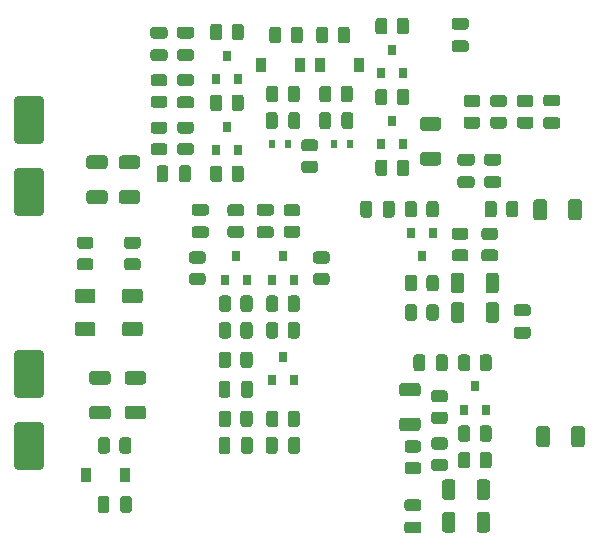
<source format=gbr>
%TF.GenerationSoftware,KiCad,Pcbnew,(5.1.9)-1*%
%TF.CreationDate,2021-05-17T20:36:20+02:00*%
%TF.ProjectId,TIMP_Bowes-Grebene,54494d50-5f42-46f7-9765-732d47726562,rev?*%
%TF.SameCoordinates,Original*%
%TF.FileFunction,Paste,Top*%
%TF.FilePolarity,Positive*%
%FSLAX46Y46*%
G04 Gerber Fmt 4.6, Leading zero omitted, Abs format (unit mm)*
G04 Created by KiCad (PCBNEW (5.1.9)-1) date 2021-05-17 20:36:20*
%MOMM*%
%LPD*%
G01*
G04 APERTURE LIST*
%ADD10R,0.900000X1.200000*%
%ADD11R,0.600000X0.700000*%
%ADD12R,0.800000X0.900000*%
G04 APERTURE END LIST*
%TO.C,R41*%
G36*
G01*
X127100000Y-97374999D02*
X127100000Y-98625001D01*
G75*
G02*
X126850001Y-98875000I-249999J0D01*
G01*
X126224999Y-98875000D01*
G75*
G02*
X125975000Y-98625001I0J249999D01*
G01*
X125975000Y-97374999D01*
G75*
G02*
X126224999Y-97125000I249999J0D01*
G01*
X126850001Y-97125000D01*
G75*
G02*
X127100000Y-97374999I0J-249999D01*
G01*
G37*
G36*
G01*
X130025000Y-97374999D02*
X130025000Y-98625001D01*
G75*
G02*
X129775001Y-98875000I-249999J0D01*
G01*
X129149999Y-98875000D01*
G75*
G02*
X128900000Y-98625001I0J249999D01*
G01*
X128900000Y-97374999D01*
G75*
G02*
X129149999Y-97125000I249999J0D01*
G01*
X129775001Y-97125000D01*
G75*
G02*
X130025000Y-97374999I0J-249999D01*
G01*
G37*
%TD*%
%TO.C,R40*%
G36*
G01*
X129700001Y-91850000D02*
X128799999Y-91850000D01*
G75*
G02*
X128550000Y-91600001I0J249999D01*
G01*
X128550000Y-91074999D01*
G75*
G02*
X128799999Y-90825000I249999J0D01*
G01*
X129700001Y-90825000D01*
G75*
G02*
X129950000Y-91074999I0J-249999D01*
G01*
X129950000Y-91600001D01*
G75*
G02*
X129700001Y-91850000I-249999J0D01*
G01*
G37*
G36*
G01*
X129700001Y-93675000D02*
X128799999Y-93675000D01*
G75*
G02*
X128550000Y-93425001I0J249999D01*
G01*
X128550000Y-92899999D01*
G75*
G02*
X128799999Y-92650000I249999J0D01*
G01*
X129700001Y-92650000D01*
G75*
G02*
X129950000Y-92899999I0J-249999D01*
G01*
X129950000Y-93425001D01*
G75*
G02*
X129700001Y-93675000I-249999J0D01*
G01*
G37*
%TD*%
%TO.C,R32*%
G36*
G01*
X124549999Y-110400000D02*
X125450001Y-110400000D01*
G75*
G02*
X125700000Y-110649999I0J-249999D01*
G01*
X125700000Y-111175001D01*
G75*
G02*
X125450001Y-111425000I-249999J0D01*
G01*
X124549999Y-111425000D01*
G75*
G02*
X124300000Y-111175001I0J249999D01*
G01*
X124300000Y-110649999D01*
G75*
G02*
X124549999Y-110400000I249999J0D01*
G01*
G37*
G36*
G01*
X124549999Y-108575000D02*
X125450001Y-108575000D01*
G75*
G02*
X125700000Y-108824999I0J-249999D01*
G01*
X125700000Y-109350001D01*
G75*
G02*
X125450001Y-109600000I-249999J0D01*
G01*
X124549999Y-109600000D01*
G75*
G02*
X124300000Y-109350001I0J249999D01*
G01*
X124300000Y-108824999D01*
G75*
G02*
X124549999Y-108575000I249999J0D01*
G01*
G37*
%TD*%
%TO.C,C1*%
G36*
G01*
X103975000Y-78800000D02*
X103025000Y-78800000D01*
G75*
G02*
X102775000Y-78550000I0J250000D01*
G01*
X102775000Y-78050000D01*
G75*
G02*
X103025000Y-77800000I250000J0D01*
G01*
X103975000Y-77800000D01*
G75*
G02*
X104225000Y-78050000I0J-250000D01*
G01*
X104225000Y-78550000D01*
G75*
G02*
X103975000Y-78800000I-250000J0D01*
G01*
G37*
G36*
G01*
X103975000Y-80700000D02*
X103025000Y-80700000D01*
G75*
G02*
X102775000Y-80450000I0J250000D01*
G01*
X102775000Y-79950000D01*
G75*
G02*
X103025000Y-79700000I250000J0D01*
G01*
X103975000Y-79700000D01*
G75*
G02*
X104225000Y-79950000I0J-250000D01*
G01*
X104225000Y-80450000D01*
G75*
G02*
X103975000Y-80700000I-250000J0D01*
G01*
G37*
%TD*%
%TO.C,C2*%
G36*
G01*
X107300000Y-104025000D02*
X107300000Y-104975000D01*
G75*
G02*
X107050000Y-105225000I-250000J0D01*
G01*
X106550000Y-105225000D01*
G75*
G02*
X106300000Y-104975000I0J250000D01*
G01*
X106300000Y-104025000D01*
G75*
G02*
X106550000Y-103775000I250000J0D01*
G01*
X107050000Y-103775000D01*
G75*
G02*
X107300000Y-104025000I0J-250000D01*
G01*
G37*
G36*
G01*
X109200000Y-104025000D02*
X109200000Y-104975000D01*
G75*
G02*
X108950000Y-105225000I-250000J0D01*
G01*
X108450000Y-105225000D01*
G75*
G02*
X108200000Y-104975000I0J250000D01*
G01*
X108200000Y-104025000D01*
G75*
G02*
X108450000Y-103775000I250000J0D01*
G01*
X108950000Y-103775000D01*
G75*
G02*
X109200000Y-104025000I0J-250000D01*
G01*
G37*
%TD*%
%TO.C,C3*%
G36*
G01*
X111300000Y-81275000D02*
X111300000Y-82225000D01*
G75*
G02*
X111050000Y-82475000I-250000J0D01*
G01*
X110550000Y-82475000D01*
G75*
G02*
X110300000Y-82225000I0J250000D01*
G01*
X110300000Y-81275000D01*
G75*
G02*
X110550000Y-81025000I250000J0D01*
G01*
X111050000Y-81025000D01*
G75*
G02*
X111300000Y-81275000I0J-250000D01*
G01*
G37*
G36*
G01*
X113200000Y-81275000D02*
X113200000Y-82225000D01*
G75*
G02*
X112950000Y-82475000I-250000J0D01*
G01*
X112450000Y-82475000D01*
G75*
G02*
X112200000Y-82225000I0J250000D01*
G01*
X112200000Y-81275000D01*
G75*
G02*
X112450000Y-81025000I250000J0D01*
G01*
X112950000Y-81025000D01*
G75*
G02*
X113200000Y-81275000I0J-250000D01*
G01*
G37*
%TD*%
%TO.C,C4*%
G36*
G01*
X134025000Y-79550000D02*
X134975000Y-79550000D01*
G75*
G02*
X135225000Y-79800000I0J-250000D01*
G01*
X135225000Y-80300000D01*
G75*
G02*
X134975000Y-80550000I-250000J0D01*
G01*
X134025000Y-80550000D01*
G75*
G02*
X133775000Y-80300000I0J250000D01*
G01*
X133775000Y-79800000D01*
G75*
G02*
X134025000Y-79550000I250000J0D01*
G01*
G37*
G36*
G01*
X134025000Y-81450000D02*
X134975000Y-81450000D01*
G75*
G02*
X135225000Y-81700000I0J-250000D01*
G01*
X135225000Y-82200000D01*
G75*
G02*
X134975000Y-82450000I-250000J0D01*
G01*
X134025000Y-82450000D01*
G75*
G02*
X133775000Y-82200000I0J250000D01*
G01*
X133775000Y-81700000D01*
G75*
G02*
X134025000Y-81450000I250000J0D01*
G01*
G37*
%TD*%
%TO.C,C5*%
G36*
G01*
X137300000Y-107849999D02*
X137300000Y-109150001D01*
G75*
G02*
X137050001Y-109400000I-249999J0D01*
G01*
X136399999Y-109400000D01*
G75*
G02*
X136150000Y-109150001I0J249999D01*
G01*
X136150000Y-107849999D01*
G75*
G02*
X136399999Y-107600000I249999J0D01*
G01*
X137050001Y-107600000D01*
G75*
G02*
X137300000Y-107849999I0J-249999D01*
G01*
G37*
G36*
G01*
X134350000Y-107849999D02*
X134350000Y-109150001D01*
G75*
G02*
X134100001Y-109400000I-249999J0D01*
G01*
X133449999Y-109400000D01*
G75*
G02*
X133200000Y-109150001I0J249999D01*
G01*
X133200000Y-107849999D01*
G75*
G02*
X133449999Y-107600000I249999J0D01*
G01*
X134100001Y-107600000D01*
G75*
G02*
X134350000Y-107849999I0J-249999D01*
G01*
G37*
%TD*%
%TO.C,C6*%
G36*
G01*
X134100000Y-88649999D02*
X134100000Y-89950001D01*
G75*
G02*
X133850001Y-90200000I-249999J0D01*
G01*
X133199999Y-90200000D01*
G75*
G02*
X132950000Y-89950001I0J249999D01*
G01*
X132950000Y-88649999D01*
G75*
G02*
X133199999Y-88400000I249999J0D01*
G01*
X133850001Y-88400000D01*
G75*
G02*
X134100000Y-88649999I0J-249999D01*
G01*
G37*
G36*
G01*
X137050000Y-88649999D02*
X137050000Y-89950001D01*
G75*
G02*
X136800001Y-90200000I-249999J0D01*
G01*
X136149999Y-90200000D01*
G75*
G02*
X135900000Y-89950001I0J249999D01*
G01*
X135900000Y-88649999D01*
G75*
G02*
X136149999Y-88400000I249999J0D01*
G01*
X136800001Y-88400000D01*
G75*
G02*
X137050000Y-88649999I0J-249999D01*
G01*
G37*
%TD*%
%TO.C,C7*%
G36*
G01*
X91250000Y-83700000D02*
X89250000Y-83700000D01*
G75*
G02*
X89000000Y-83450000I0J250000D01*
G01*
X89000000Y-79950000D01*
G75*
G02*
X89250000Y-79700000I250000J0D01*
G01*
X91250000Y-79700000D01*
G75*
G02*
X91500000Y-79950000I0J-250000D01*
G01*
X91500000Y-83450000D01*
G75*
G02*
X91250000Y-83700000I-250000J0D01*
G01*
G37*
G36*
G01*
X91250000Y-89800000D02*
X89250000Y-89800000D01*
G75*
G02*
X89000000Y-89550000I0J250000D01*
G01*
X89000000Y-86050000D01*
G75*
G02*
X89250000Y-85800000I250000J0D01*
G01*
X91250000Y-85800000D01*
G75*
G02*
X91500000Y-86050000I0J-250000D01*
G01*
X91500000Y-89550000D01*
G75*
G02*
X91250000Y-89800000I-250000J0D01*
G01*
G37*
%TD*%
%TO.C,C8*%
G36*
G01*
X95349999Y-87650000D02*
X96650001Y-87650000D01*
G75*
G02*
X96900000Y-87899999I0J-249999D01*
G01*
X96900000Y-88550001D01*
G75*
G02*
X96650001Y-88800000I-249999J0D01*
G01*
X95349999Y-88800000D01*
G75*
G02*
X95100000Y-88550001I0J249999D01*
G01*
X95100000Y-87899999D01*
G75*
G02*
X95349999Y-87650000I249999J0D01*
G01*
G37*
G36*
G01*
X95349999Y-84700000D02*
X96650001Y-84700000D01*
G75*
G02*
X96900000Y-84949999I0J-249999D01*
G01*
X96900000Y-85600001D01*
G75*
G02*
X96650001Y-85850000I-249999J0D01*
G01*
X95349999Y-85850000D01*
G75*
G02*
X95100000Y-85600001I0J249999D01*
G01*
X95100000Y-84949999D01*
G75*
G02*
X95349999Y-84700000I249999J0D01*
G01*
G37*
%TD*%
%TO.C,C9*%
G36*
G01*
X117700000Y-81275000D02*
X117700000Y-82225000D01*
G75*
G02*
X117450000Y-82475000I-250000J0D01*
G01*
X116950000Y-82475000D01*
G75*
G02*
X116700000Y-82225000I0J250000D01*
G01*
X116700000Y-81275000D01*
G75*
G02*
X116950000Y-81025000I250000J0D01*
G01*
X117450000Y-81025000D01*
G75*
G02*
X117700000Y-81275000I0J-250000D01*
G01*
G37*
G36*
G01*
X115800000Y-81275000D02*
X115800000Y-82225000D01*
G75*
G02*
X115550000Y-82475000I-250000J0D01*
G01*
X115050000Y-82475000D01*
G75*
G02*
X114800000Y-82225000I0J250000D01*
G01*
X114800000Y-81275000D01*
G75*
G02*
X115050000Y-81025000I250000J0D01*
G01*
X115550000Y-81025000D01*
G75*
G02*
X115800000Y-81275000I0J-250000D01*
G01*
G37*
%TD*%
%TO.C,C10*%
G36*
G01*
X124900001Y-85550000D02*
X123599999Y-85550000D01*
G75*
G02*
X123350000Y-85300001I0J249999D01*
G01*
X123350000Y-84649999D01*
G75*
G02*
X123599999Y-84400000I249999J0D01*
G01*
X124900001Y-84400000D01*
G75*
G02*
X125150000Y-84649999I0J-249999D01*
G01*
X125150000Y-85300001D01*
G75*
G02*
X124900001Y-85550000I-249999J0D01*
G01*
G37*
G36*
G01*
X124900001Y-82600000D02*
X123599999Y-82600000D01*
G75*
G02*
X123350000Y-82350001I0J249999D01*
G01*
X123350000Y-81699999D01*
G75*
G02*
X123599999Y-81450000I249999J0D01*
G01*
X124900001Y-81450000D01*
G75*
G02*
X125150000Y-81699999I0J-249999D01*
G01*
X125150000Y-82350001D01*
G75*
G02*
X124900001Y-82600000I-249999J0D01*
G01*
G37*
%TD*%
%TO.C,C11*%
G36*
G01*
X101725000Y-76700000D02*
X100775000Y-76700000D01*
G75*
G02*
X100525000Y-76450000I0J250000D01*
G01*
X100525000Y-75950000D01*
G75*
G02*
X100775000Y-75700000I250000J0D01*
G01*
X101725000Y-75700000D01*
G75*
G02*
X101975000Y-75950000I0J-250000D01*
G01*
X101975000Y-76450000D01*
G75*
G02*
X101725000Y-76700000I-250000J0D01*
G01*
G37*
G36*
G01*
X101725000Y-74800000D02*
X100775000Y-74800000D01*
G75*
G02*
X100525000Y-74550000I0J250000D01*
G01*
X100525000Y-74050000D01*
G75*
G02*
X100775000Y-73800000I250000J0D01*
G01*
X101725000Y-73800000D01*
G75*
G02*
X101975000Y-74050000I0J-250000D01*
G01*
X101975000Y-74550000D01*
G75*
G02*
X101725000Y-74800000I-250000J0D01*
G01*
G37*
%TD*%
%TO.C,C12*%
G36*
G01*
X110300000Y-109725000D02*
X110300000Y-108775000D01*
G75*
G02*
X110550000Y-108525000I250000J0D01*
G01*
X111050000Y-108525000D01*
G75*
G02*
X111300000Y-108775000I0J-250000D01*
G01*
X111300000Y-109725000D01*
G75*
G02*
X111050000Y-109975000I-250000J0D01*
G01*
X110550000Y-109975000D01*
G75*
G02*
X110300000Y-109725000I0J250000D01*
G01*
G37*
G36*
G01*
X112200000Y-109725000D02*
X112200000Y-108775000D01*
G75*
G02*
X112450000Y-108525000I250000J0D01*
G01*
X112950000Y-108525000D01*
G75*
G02*
X113200000Y-108775000I0J-250000D01*
G01*
X113200000Y-109725000D01*
G75*
G02*
X112950000Y-109975000I-250000J0D01*
G01*
X112450000Y-109975000D01*
G75*
G02*
X112200000Y-109725000I0J250000D01*
G01*
G37*
%TD*%
%TO.C,C13*%
G36*
G01*
X103975000Y-74800000D02*
X103025000Y-74800000D01*
G75*
G02*
X102775000Y-74550000I0J250000D01*
G01*
X102775000Y-74050000D01*
G75*
G02*
X103025000Y-73800000I250000J0D01*
G01*
X103975000Y-73800000D01*
G75*
G02*
X104225000Y-74050000I0J-250000D01*
G01*
X104225000Y-74550000D01*
G75*
G02*
X103975000Y-74800000I-250000J0D01*
G01*
G37*
G36*
G01*
X103975000Y-76700000D02*
X103025000Y-76700000D01*
G75*
G02*
X102775000Y-76450000I0J250000D01*
G01*
X102775000Y-75950000D01*
G75*
G02*
X103025000Y-75700000I250000J0D01*
G01*
X103975000Y-75700000D01*
G75*
G02*
X104225000Y-75950000I0J-250000D01*
G01*
X104225000Y-76450000D01*
G75*
G02*
X103975000Y-76700000I-250000J0D01*
G01*
G37*
%TD*%
%TO.C,C14*%
G36*
G01*
X102050000Y-85775000D02*
X102050000Y-86725000D01*
G75*
G02*
X101800000Y-86975000I-250000J0D01*
G01*
X101300000Y-86975000D01*
G75*
G02*
X101050000Y-86725000I0J250000D01*
G01*
X101050000Y-85775000D01*
G75*
G02*
X101300000Y-85525000I250000J0D01*
G01*
X101800000Y-85525000D01*
G75*
G02*
X102050000Y-85775000I0J-250000D01*
G01*
G37*
G36*
G01*
X103950000Y-85775000D02*
X103950000Y-86725000D01*
G75*
G02*
X103700000Y-86975000I-250000J0D01*
G01*
X103200000Y-86975000D01*
G75*
G02*
X102950000Y-86725000I0J250000D01*
G01*
X102950000Y-85775000D01*
G75*
G02*
X103200000Y-85525000I250000J0D01*
G01*
X103700000Y-85525000D01*
G75*
G02*
X103950000Y-85775000I0J-250000D01*
G01*
G37*
%TD*%
%TO.C,C15*%
G36*
G01*
X105225000Y-89800000D02*
X104275000Y-89800000D01*
G75*
G02*
X104025000Y-89550000I0J250000D01*
G01*
X104025000Y-89050000D01*
G75*
G02*
X104275000Y-88800000I250000J0D01*
G01*
X105225000Y-88800000D01*
G75*
G02*
X105475000Y-89050000I0J-250000D01*
G01*
X105475000Y-89550000D01*
G75*
G02*
X105225000Y-89800000I-250000J0D01*
G01*
G37*
G36*
G01*
X105225000Y-91700000D02*
X104275000Y-91700000D01*
G75*
G02*
X104025000Y-91450000I0J250000D01*
G01*
X104025000Y-90950000D01*
G75*
G02*
X104275000Y-90700000I250000J0D01*
G01*
X105225000Y-90700000D01*
G75*
G02*
X105475000Y-90950000I0J-250000D01*
G01*
X105475000Y-91450000D01*
G75*
G02*
X105225000Y-91700000I-250000J0D01*
G01*
G37*
%TD*%
%TO.C,C16*%
G36*
G01*
X108200000Y-109725000D02*
X108200000Y-108775000D01*
G75*
G02*
X108450000Y-108525000I250000J0D01*
G01*
X108950000Y-108525000D01*
G75*
G02*
X109200000Y-108775000I0J-250000D01*
G01*
X109200000Y-109725000D01*
G75*
G02*
X108950000Y-109975000I-250000J0D01*
G01*
X108450000Y-109975000D01*
G75*
G02*
X108200000Y-109725000I0J250000D01*
G01*
G37*
G36*
G01*
X106300000Y-109725000D02*
X106300000Y-108775000D01*
G75*
G02*
X106550000Y-108525000I250000J0D01*
G01*
X107050000Y-108525000D01*
G75*
G02*
X107300000Y-108775000I0J-250000D01*
G01*
X107300000Y-109725000D01*
G75*
G02*
X107050000Y-109975000I-250000J0D01*
G01*
X106550000Y-109975000D01*
G75*
G02*
X106300000Y-109725000I0J250000D01*
G01*
G37*
%TD*%
%TO.C,C17*%
G36*
G01*
X129025000Y-84550000D02*
X129975000Y-84550000D01*
G75*
G02*
X130225000Y-84800000I0J-250000D01*
G01*
X130225000Y-85300000D01*
G75*
G02*
X129975000Y-85550000I-250000J0D01*
G01*
X129025000Y-85550000D01*
G75*
G02*
X128775000Y-85300000I0J250000D01*
G01*
X128775000Y-84800000D01*
G75*
G02*
X129025000Y-84550000I250000J0D01*
G01*
G37*
G36*
G01*
X129025000Y-86450000D02*
X129975000Y-86450000D01*
G75*
G02*
X130225000Y-86700000I0J-250000D01*
G01*
X130225000Y-87200000D01*
G75*
G02*
X129975000Y-87450000I-250000J0D01*
G01*
X129025000Y-87450000D01*
G75*
G02*
X128775000Y-87200000I0J250000D01*
G01*
X128775000Y-86700000D01*
G75*
G02*
X129025000Y-86450000I250000J0D01*
G01*
G37*
%TD*%
%TO.C,C18*%
G36*
G01*
X109775000Y-88800000D02*
X110725000Y-88800000D01*
G75*
G02*
X110975000Y-89050000I0J-250000D01*
G01*
X110975000Y-89550000D01*
G75*
G02*
X110725000Y-89800000I-250000J0D01*
G01*
X109775000Y-89800000D01*
G75*
G02*
X109525000Y-89550000I0J250000D01*
G01*
X109525000Y-89050000D01*
G75*
G02*
X109775000Y-88800000I250000J0D01*
G01*
G37*
G36*
G01*
X109775000Y-90700000D02*
X110725000Y-90700000D01*
G75*
G02*
X110975000Y-90950000I0J-250000D01*
G01*
X110975000Y-91450000D01*
G75*
G02*
X110725000Y-91700000I-250000J0D01*
G01*
X109775000Y-91700000D01*
G75*
G02*
X109525000Y-91450000I0J250000D01*
G01*
X109525000Y-90950000D01*
G75*
G02*
X109775000Y-90700000I250000J0D01*
G01*
G37*
%TD*%
%TO.C,C19*%
G36*
G01*
X126275000Y-73050000D02*
X127225000Y-73050000D01*
G75*
G02*
X127475000Y-73300000I0J-250000D01*
G01*
X127475000Y-73800000D01*
G75*
G02*
X127225000Y-74050000I-250000J0D01*
G01*
X126275000Y-74050000D01*
G75*
G02*
X126025000Y-73800000I0J250000D01*
G01*
X126025000Y-73300000D01*
G75*
G02*
X126275000Y-73050000I250000J0D01*
G01*
G37*
G36*
G01*
X126275000Y-74950000D02*
X127225000Y-74950000D01*
G75*
G02*
X127475000Y-75200000I0J-250000D01*
G01*
X127475000Y-75700000D01*
G75*
G02*
X127225000Y-75950000I-250000J0D01*
G01*
X126275000Y-75950000D01*
G75*
G02*
X126025000Y-75700000I0J250000D01*
G01*
X126025000Y-75200000D01*
G75*
G02*
X126275000Y-74950000I250000J0D01*
G01*
G37*
%TD*%
%TO.C,C20*%
G36*
G01*
X126775000Y-86450000D02*
X127725000Y-86450000D01*
G75*
G02*
X127975000Y-86700000I0J-250000D01*
G01*
X127975000Y-87200000D01*
G75*
G02*
X127725000Y-87450000I-250000J0D01*
G01*
X126775000Y-87450000D01*
G75*
G02*
X126525000Y-87200000I0J250000D01*
G01*
X126525000Y-86700000D01*
G75*
G02*
X126775000Y-86450000I250000J0D01*
G01*
G37*
G36*
G01*
X126775000Y-84550000D02*
X127725000Y-84550000D01*
G75*
G02*
X127975000Y-84800000I0J-250000D01*
G01*
X127975000Y-85300000D01*
G75*
G02*
X127725000Y-85550000I-250000J0D01*
G01*
X126775000Y-85550000D01*
G75*
G02*
X126525000Y-85300000I0J250000D01*
G01*
X126525000Y-84800000D01*
G75*
G02*
X126775000Y-84550000I250000J0D01*
G01*
G37*
%TD*%
%TO.C,C21*%
G36*
G01*
X123800000Y-101775000D02*
X123800000Y-102725000D01*
G75*
G02*
X123550000Y-102975000I-250000J0D01*
G01*
X123050000Y-102975000D01*
G75*
G02*
X122800000Y-102725000I0J250000D01*
G01*
X122800000Y-101775000D01*
G75*
G02*
X123050000Y-101525000I250000J0D01*
G01*
X123550000Y-101525000D01*
G75*
G02*
X123800000Y-101775000I0J-250000D01*
G01*
G37*
G36*
G01*
X125700000Y-101775000D02*
X125700000Y-102725000D01*
G75*
G02*
X125450000Y-102975000I-250000J0D01*
G01*
X124950000Y-102975000D01*
G75*
G02*
X124700000Y-102725000I0J250000D01*
G01*
X124700000Y-101775000D01*
G75*
G02*
X124950000Y-101525000I250000J0D01*
G01*
X125450000Y-101525000D01*
G75*
G02*
X125700000Y-101775000I0J-250000D01*
G01*
G37*
%TD*%
%TO.C,C22*%
G36*
G01*
X121200000Y-88775000D02*
X121200000Y-89725000D01*
G75*
G02*
X120950000Y-89975000I-250000J0D01*
G01*
X120450000Y-89975000D01*
G75*
G02*
X120200000Y-89725000I0J250000D01*
G01*
X120200000Y-88775000D01*
G75*
G02*
X120450000Y-88525000I250000J0D01*
G01*
X120950000Y-88525000D01*
G75*
G02*
X121200000Y-88775000I0J-250000D01*
G01*
G37*
G36*
G01*
X119300000Y-88775000D02*
X119300000Y-89725000D01*
G75*
G02*
X119050000Y-89975000I-250000J0D01*
G01*
X118550000Y-89975000D01*
G75*
G02*
X118300000Y-89725000I0J250000D01*
G01*
X118300000Y-88775000D01*
G75*
G02*
X118550000Y-88525000I250000J0D01*
G01*
X119050000Y-88525000D01*
G75*
G02*
X119300000Y-88775000I0J-250000D01*
G01*
G37*
%TD*%
%TO.C,C23*%
G36*
G01*
X131525000Y-97300000D02*
X132475000Y-97300000D01*
G75*
G02*
X132725000Y-97550000I0J-250000D01*
G01*
X132725000Y-98050000D01*
G75*
G02*
X132475000Y-98300000I-250000J0D01*
G01*
X131525000Y-98300000D01*
G75*
G02*
X131275000Y-98050000I0J250000D01*
G01*
X131275000Y-97550000D01*
G75*
G02*
X131525000Y-97300000I250000J0D01*
G01*
G37*
G36*
G01*
X131525000Y-99200000D02*
X132475000Y-99200000D01*
G75*
G02*
X132725000Y-99450000I0J-250000D01*
G01*
X132725000Y-99950000D01*
G75*
G02*
X132475000Y-100200000I-250000J0D01*
G01*
X131525000Y-100200000D01*
G75*
G02*
X131275000Y-99950000I0J250000D01*
G01*
X131275000Y-99450000D01*
G75*
G02*
X131525000Y-99200000I250000J0D01*
G01*
G37*
%TD*%
%TO.C,C24*%
G36*
G01*
X123150001Y-108050000D02*
X121849999Y-108050000D01*
G75*
G02*
X121600000Y-107800001I0J249999D01*
G01*
X121600000Y-107149999D01*
G75*
G02*
X121849999Y-106900000I249999J0D01*
G01*
X123150001Y-106900000D01*
G75*
G02*
X123400000Y-107149999I0J-249999D01*
G01*
X123400000Y-107800001D01*
G75*
G02*
X123150001Y-108050000I-249999J0D01*
G01*
G37*
G36*
G01*
X123150001Y-105100000D02*
X121849999Y-105100000D01*
G75*
G02*
X121600000Y-104850001I0J249999D01*
G01*
X121600000Y-104199999D01*
G75*
G02*
X121849999Y-103950000I249999J0D01*
G01*
X123150001Y-103950000D01*
G75*
G02*
X123400000Y-104199999I0J-249999D01*
G01*
X123400000Y-104850001D01*
G75*
G02*
X123150001Y-105100000I-249999J0D01*
G01*
G37*
%TD*%
%TO.C,C25*%
G36*
G01*
X122275000Y-113800000D02*
X123225000Y-113800000D01*
G75*
G02*
X123475000Y-114050000I0J-250000D01*
G01*
X123475000Y-114550000D01*
G75*
G02*
X123225000Y-114800000I-250000J0D01*
G01*
X122275000Y-114800000D01*
G75*
G02*
X122025000Y-114550000I0J250000D01*
G01*
X122025000Y-114050000D01*
G75*
G02*
X122275000Y-113800000I250000J0D01*
G01*
G37*
G36*
G01*
X122275000Y-115700000D02*
X123225000Y-115700000D01*
G75*
G02*
X123475000Y-115950000I0J-250000D01*
G01*
X123475000Y-116450000D01*
G75*
G02*
X123225000Y-116700000I-250000J0D01*
G01*
X122275000Y-116700000D01*
G75*
G02*
X122025000Y-116450000I0J250000D01*
G01*
X122025000Y-115950000D01*
G75*
G02*
X122275000Y-115700000I250000J0D01*
G01*
G37*
%TD*%
%TO.C,C26*%
G36*
G01*
X91250000Y-111300000D02*
X89250000Y-111300000D01*
G75*
G02*
X89000000Y-111050000I0J250000D01*
G01*
X89000000Y-107550000D01*
G75*
G02*
X89250000Y-107300000I250000J0D01*
G01*
X91250000Y-107300000D01*
G75*
G02*
X91500000Y-107550000I0J-250000D01*
G01*
X91500000Y-111050000D01*
G75*
G02*
X91250000Y-111300000I-250000J0D01*
G01*
G37*
G36*
G01*
X91250000Y-105200000D02*
X89250000Y-105200000D01*
G75*
G02*
X89000000Y-104950000I0J250000D01*
G01*
X89000000Y-101450000D01*
G75*
G02*
X89250000Y-101200000I250000J0D01*
G01*
X91250000Y-101200000D01*
G75*
G02*
X91500000Y-101450000I0J-250000D01*
G01*
X91500000Y-104950000D01*
G75*
G02*
X91250000Y-105200000I-250000J0D01*
G01*
G37*
%TD*%
%TO.C,C27*%
G36*
G01*
X98099999Y-87650000D02*
X99400001Y-87650000D01*
G75*
G02*
X99650000Y-87899999I0J-249999D01*
G01*
X99650000Y-88550001D01*
G75*
G02*
X99400001Y-88800000I-249999J0D01*
G01*
X98099999Y-88800000D01*
G75*
G02*
X97850000Y-88550001I0J249999D01*
G01*
X97850000Y-87899999D01*
G75*
G02*
X98099999Y-87650000I249999J0D01*
G01*
G37*
G36*
G01*
X98099999Y-84700000D02*
X99400001Y-84700000D01*
G75*
G02*
X99650000Y-84949999I0J-249999D01*
G01*
X99650000Y-85600001D01*
G75*
G02*
X99400001Y-85850000I-249999J0D01*
G01*
X98099999Y-85850000D01*
G75*
G02*
X97850000Y-85600001I0J249999D01*
G01*
X97850000Y-84949999D01*
G75*
G02*
X98099999Y-84700000I249999J0D01*
G01*
G37*
%TD*%
%TO.C,C28*%
G36*
G01*
X97050000Y-113775000D02*
X97050000Y-114725000D01*
G75*
G02*
X96800000Y-114975000I-250000J0D01*
G01*
X96300000Y-114975000D01*
G75*
G02*
X96050000Y-114725000I0J250000D01*
G01*
X96050000Y-113775000D01*
G75*
G02*
X96300000Y-113525000I250000J0D01*
G01*
X96800000Y-113525000D01*
G75*
G02*
X97050000Y-113775000I0J-250000D01*
G01*
G37*
G36*
G01*
X98950000Y-113775000D02*
X98950000Y-114725000D01*
G75*
G02*
X98700000Y-114975000I-250000J0D01*
G01*
X98200000Y-114975000D01*
G75*
G02*
X97950000Y-114725000I0J250000D01*
G01*
X97950000Y-113775000D01*
G75*
G02*
X98200000Y-113525000I250000J0D01*
G01*
X98700000Y-113525000D01*
G75*
G02*
X98950000Y-113775000I0J-250000D01*
G01*
G37*
%TD*%
%TO.C,C29*%
G36*
G01*
X98599999Y-102950000D02*
X99900001Y-102950000D01*
G75*
G02*
X100150000Y-103199999I0J-249999D01*
G01*
X100150000Y-103850001D01*
G75*
G02*
X99900001Y-104100000I-249999J0D01*
G01*
X98599999Y-104100000D01*
G75*
G02*
X98350000Y-103850001I0J249999D01*
G01*
X98350000Y-103199999D01*
G75*
G02*
X98599999Y-102950000I249999J0D01*
G01*
G37*
G36*
G01*
X98599999Y-105900000D02*
X99900001Y-105900000D01*
G75*
G02*
X100150000Y-106149999I0J-249999D01*
G01*
X100150000Y-106800001D01*
G75*
G02*
X99900001Y-107050000I-249999J0D01*
G01*
X98599999Y-107050000D01*
G75*
G02*
X98350000Y-106800001I0J249999D01*
G01*
X98350000Y-106149999D01*
G75*
G02*
X98599999Y-105900000I249999J0D01*
G01*
G37*
%TD*%
%TO.C,C30*%
G36*
G01*
X95599999Y-105900000D02*
X96900001Y-105900000D01*
G75*
G02*
X97150000Y-106149999I0J-249999D01*
G01*
X97150000Y-106800001D01*
G75*
G02*
X96900001Y-107050000I-249999J0D01*
G01*
X95599999Y-107050000D01*
G75*
G02*
X95350000Y-106800001I0J249999D01*
G01*
X95350000Y-106149999D01*
G75*
G02*
X95599999Y-105900000I249999J0D01*
G01*
G37*
G36*
G01*
X95599999Y-102950000D02*
X96900001Y-102950000D01*
G75*
G02*
X97150000Y-103199999I0J-249999D01*
G01*
X97150000Y-103850001D01*
G75*
G02*
X96900001Y-104100000I-249999J0D01*
G01*
X95599999Y-104100000D01*
G75*
G02*
X95350000Y-103850001I0J249999D01*
G01*
X95350000Y-103199999D01*
G75*
G02*
X95599999Y-102950000I249999J0D01*
G01*
G37*
%TD*%
D10*
%TO.C,D1*%
X113150000Y-77000000D03*
X109850000Y-77000000D03*
%TD*%
%TO.C,D2*%
X118150000Y-77000000D03*
X114850000Y-77000000D03*
%TD*%
D11*
%TO.C,D3*%
X110800000Y-83750000D03*
X112200000Y-83750000D03*
%TD*%
%TO.C,D4*%
X116050000Y-83750000D03*
X117450000Y-83750000D03*
%TD*%
D10*
%TO.C,D5*%
X98400000Y-111750000D03*
X95100000Y-111750000D03*
%TD*%
%TO.C,D6*%
G36*
G01*
X95625000Y-97225000D02*
X94375000Y-97225000D01*
G75*
G02*
X94125000Y-96975000I0J250000D01*
G01*
X94125000Y-96225000D01*
G75*
G02*
X94375000Y-95975000I250000J0D01*
G01*
X95625000Y-95975000D01*
G75*
G02*
X95875000Y-96225000I0J-250000D01*
G01*
X95875000Y-96975000D01*
G75*
G02*
X95625000Y-97225000I-250000J0D01*
G01*
G37*
G36*
G01*
X95625000Y-100025000D02*
X94375000Y-100025000D01*
G75*
G02*
X94125000Y-99775000I0J250000D01*
G01*
X94125000Y-99025000D01*
G75*
G02*
X94375000Y-98775000I250000J0D01*
G01*
X95625000Y-98775000D01*
G75*
G02*
X95875000Y-99025000I0J-250000D01*
G01*
X95875000Y-99775000D01*
G75*
G02*
X95625000Y-100025000I-250000J0D01*
G01*
G37*
%TD*%
%TO.C,D7*%
G36*
G01*
X99625000Y-100025000D02*
X98375000Y-100025000D01*
G75*
G02*
X98125000Y-99775000I0J250000D01*
G01*
X98125000Y-99025000D01*
G75*
G02*
X98375000Y-98775000I250000J0D01*
G01*
X99625000Y-98775000D01*
G75*
G02*
X99875000Y-99025000I0J-250000D01*
G01*
X99875000Y-99775000D01*
G75*
G02*
X99625000Y-100025000I-250000J0D01*
G01*
G37*
G36*
G01*
X99625000Y-97225000D02*
X98375000Y-97225000D01*
G75*
G02*
X98125000Y-96975000I0J250000D01*
G01*
X98125000Y-96225000D01*
G75*
G02*
X98375000Y-95975000I250000J0D01*
G01*
X99625000Y-95975000D01*
G75*
G02*
X99875000Y-96225000I0J-250000D01*
G01*
X99875000Y-96975000D01*
G75*
G02*
X99625000Y-97225000I-250000J0D01*
G01*
G37*
%TD*%
D12*
%TO.C,Q1*%
X106050000Y-84250000D03*
X107950000Y-84250000D03*
X107000000Y-82250000D03*
%TD*%
%TO.C,Q2*%
X106050000Y-78250000D03*
X107950000Y-78250000D03*
X107000000Y-76250000D03*
%TD*%
%TO.C,Q3*%
X121000000Y-75750000D03*
X121950000Y-77750000D03*
X120050000Y-77750000D03*
%TD*%
%TO.C,Q4*%
X121000000Y-81750000D03*
X121950000Y-83750000D03*
X120050000Y-83750000D03*
%TD*%
%TO.C,Q5*%
X124450000Y-91250000D03*
X122550000Y-91250000D03*
X123500000Y-93250000D03*
%TD*%
%TO.C,Q6*%
X106800000Y-95250000D03*
X108700000Y-95250000D03*
X107750000Y-93250000D03*
%TD*%
%TO.C,Q7*%
X110800000Y-103750000D03*
X112700000Y-103750000D03*
X111750000Y-101750000D03*
%TD*%
%TO.C,Q8*%
X111750000Y-93250000D03*
X112700000Y-95250000D03*
X110800000Y-95250000D03*
%TD*%
%TO.C,Q9*%
X128000000Y-104250000D03*
X128950000Y-106250000D03*
X127050000Y-106250000D03*
%TD*%
%TO.C,R1*%
G36*
G01*
X100799999Y-83650000D02*
X101700001Y-83650000D01*
G75*
G02*
X101950000Y-83899999I0J-249999D01*
G01*
X101950000Y-84425001D01*
G75*
G02*
X101700001Y-84675000I-249999J0D01*
G01*
X100799999Y-84675000D01*
G75*
G02*
X100550000Y-84425001I0J249999D01*
G01*
X100550000Y-83899999D01*
G75*
G02*
X100799999Y-83650000I249999J0D01*
G01*
G37*
G36*
G01*
X100799999Y-81825000D02*
X101700001Y-81825000D01*
G75*
G02*
X101950000Y-82074999I0J-249999D01*
G01*
X101950000Y-82600001D01*
G75*
G02*
X101700001Y-82850000I-249999J0D01*
G01*
X100799999Y-82850000D01*
G75*
G02*
X100550000Y-82600001I0J249999D01*
G01*
X100550000Y-82074999D01*
G75*
G02*
X100799999Y-81825000I249999J0D01*
G01*
G37*
%TD*%
%TO.C,R2*%
G36*
G01*
X100799999Y-77825000D02*
X101700001Y-77825000D01*
G75*
G02*
X101950000Y-78074999I0J-249999D01*
G01*
X101950000Y-78600001D01*
G75*
G02*
X101700001Y-78850000I-249999J0D01*
G01*
X100799999Y-78850000D01*
G75*
G02*
X100550000Y-78600001I0J249999D01*
G01*
X100550000Y-78074999D01*
G75*
G02*
X100799999Y-77825000I249999J0D01*
G01*
G37*
G36*
G01*
X100799999Y-79650000D02*
X101700001Y-79650000D01*
G75*
G02*
X101950000Y-79899999I0J-249999D01*
G01*
X101950000Y-80425001D01*
G75*
G02*
X101700001Y-80675000I-249999J0D01*
G01*
X100799999Y-80675000D01*
G75*
G02*
X100550000Y-80425001I0J249999D01*
G01*
X100550000Y-79899999D01*
G75*
G02*
X100799999Y-79650000I249999J0D01*
G01*
G37*
%TD*%
%TO.C,R3*%
G36*
G01*
X103950001Y-84675000D02*
X103049999Y-84675000D01*
G75*
G02*
X102800000Y-84425001I0J249999D01*
G01*
X102800000Y-83899999D01*
G75*
G02*
X103049999Y-83650000I249999J0D01*
G01*
X103950001Y-83650000D01*
G75*
G02*
X104200000Y-83899999I0J-249999D01*
G01*
X104200000Y-84425001D01*
G75*
G02*
X103950001Y-84675000I-249999J0D01*
G01*
G37*
G36*
G01*
X103950001Y-82850000D02*
X103049999Y-82850000D01*
G75*
G02*
X102800000Y-82600001I0J249999D01*
G01*
X102800000Y-82074999D01*
G75*
G02*
X103049999Y-81825000I249999J0D01*
G01*
X103950001Y-81825000D01*
G75*
G02*
X104200000Y-82074999I0J-249999D01*
G01*
X104200000Y-82600001D01*
G75*
G02*
X103950001Y-82850000I-249999J0D01*
G01*
G37*
%TD*%
%TO.C,R4*%
G36*
G01*
X109175000Y-99049999D02*
X109175000Y-99950001D01*
G75*
G02*
X108925001Y-100200000I-249999J0D01*
G01*
X108399999Y-100200000D01*
G75*
G02*
X108150000Y-99950001I0J249999D01*
G01*
X108150000Y-99049999D01*
G75*
G02*
X108399999Y-98800000I249999J0D01*
G01*
X108925001Y-98800000D01*
G75*
G02*
X109175000Y-99049999I0J-249999D01*
G01*
G37*
G36*
G01*
X107350000Y-99049999D02*
X107350000Y-99950001D01*
G75*
G02*
X107100001Y-100200000I-249999J0D01*
G01*
X106574999Y-100200000D01*
G75*
G02*
X106325000Y-99950001I0J249999D01*
G01*
X106325000Y-99049999D01*
G75*
G02*
X106574999Y-98800000I249999J0D01*
G01*
X107100001Y-98800000D01*
G75*
G02*
X107350000Y-99049999I0J-249999D01*
G01*
G37*
%TD*%
%TO.C,R5*%
G36*
G01*
X108150000Y-102450001D02*
X108150000Y-101549999D01*
G75*
G02*
X108399999Y-101300000I249999J0D01*
G01*
X108925001Y-101300000D01*
G75*
G02*
X109175000Y-101549999I0J-249999D01*
G01*
X109175000Y-102450001D01*
G75*
G02*
X108925001Y-102700000I-249999J0D01*
G01*
X108399999Y-102700000D01*
G75*
G02*
X108150000Y-102450001I0J249999D01*
G01*
G37*
G36*
G01*
X106325000Y-102450001D02*
X106325000Y-101549999D01*
G75*
G02*
X106574999Y-101300000I249999J0D01*
G01*
X107100001Y-101300000D01*
G75*
G02*
X107350000Y-101549999I0J-249999D01*
G01*
X107350000Y-102450001D01*
G75*
G02*
X107100001Y-102700000I-249999J0D01*
G01*
X106574999Y-102700000D01*
G75*
G02*
X106325000Y-102450001I0J249999D01*
G01*
G37*
%TD*%
%TO.C,R6*%
G36*
G01*
X107400000Y-74700001D02*
X107400000Y-73799999D01*
G75*
G02*
X107649999Y-73550000I249999J0D01*
G01*
X108175001Y-73550000D01*
G75*
G02*
X108425000Y-73799999I0J-249999D01*
G01*
X108425000Y-74700001D01*
G75*
G02*
X108175001Y-74950000I-249999J0D01*
G01*
X107649999Y-74950000D01*
G75*
G02*
X107400000Y-74700001I0J249999D01*
G01*
G37*
G36*
G01*
X105575000Y-74700001D02*
X105575000Y-73799999D01*
G75*
G02*
X105824999Y-73550000I249999J0D01*
G01*
X106350001Y-73550000D01*
G75*
G02*
X106600000Y-73799999I0J-249999D01*
G01*
X106600000Y-74700001D01*
G75*
G02*
X106350001Y-74950000I-249999J0D01*
G01*
X105824999Y-74950000D01*
G75*
G02*
X105575000Y-74700001I0J249999D01*
G01*
G37*
%TD*%
%TO.C,R7*%
G36*
G01*
X106600000Y-79799999D02*
X106600000Y-80700001D01*
G75*
G02*
X106350001Y-80950000I-249999J0D01*
G01*
X105824999Y-80950000D01*
G75*
G02*
X105575000Y-80700001I0J249999D01*
G01*
X105575000Y-79799999D01*
G75*
G02*
X105824999Y-79550000I249999J0D01*
G01*
X106350001Y-79550000D01*
G75*
G02*
X106600000Y-79799999I0J-249999D01*
G01*
G37*
G36*
G01*
X108425000Y-79799999D02*
X108425000Y-80700001D01*
G75*
G02*
X108175001Y-80950000I-249999J0D01*
G01*
X107649999Y-80950000D01*
G75*
G02*
X107400000Y-80700001I0J249999D01*
G01*
X107400000Y-79799999D01*
G75*
G02*
X107649999Y-79550000I249999J0D01*
G01*
X108175001Y-79550000D01*
G75*
G02*
X108425000Y-79799999I0J-249999D01*
G01*
G37*
%TD*%
%TO.C,R8*%
G36*
G01*
X105575000Y-86700001D02*
X105575000Y-85799999D01*
G75*
G02*
X105824999Y-85550000I249999J0D01*
G01*
X106350001Y-85550000D01*
G75*
G02*
X106600000Y-85799999I0J-249999D01*
G01*
X106600000Y-86700001D01*
G75*
G02*
X106350001Y-86950000I-249999J0D01*
G01*
X105824999Y-86950000D01*
G75*
G02*
X105575000Y-86700001I0J249999D01*
G01*
G37*
G36*
G01*
X107400000Y-86700001D02*
X107400000Y-85799999D01*
G75*
G02*
X107649999Y-85550000I249999J0D01*
G01*
X108175001Y-85550000D01*
G75*
G02*
X108425000Y-85799999I0J-249999D01*
G01*
X108425000Y-86700001D01*
G75*
G02*
X108175001Y-86950000I-249999J0D01*
G01*
X107649999Y-86950000D01*
G75*
G02*
X107400000Y-86700001I0J249999D01*
G01*
G37*
%TD*%
%TO.C,R9*%
G36*
G01*
X104950001Y-93850000D02*
X104049999Y-93850000D01*
G75*
G02*
X103800000Y-93600001I0J249999D01*
G01*
X103800000Y-93074999D01*
G75*
G02*
X104049999Y-92825000I249999J0D01*
G01*
X104950001Y-92825000D01*
G75*
G02*
X105200000Y-93074999I0J-249999D01*
G01*
X105200000Y-93600001D01*
G75*
G02*
X104950001Y-93850000I-249999J0D01*
G01*
G37*
G36*
G01*
X104950001Y-95675000D02*
X104049999Y-95675000D01*
G75*
G02*
X103800000Y-95425001I0J249999D01*
G01*
X103800000Y-94899999D01*
G75*
G02*
X104049999Y-94650000I249999J0D01*
G01*
X104950001Y-94650000D01*
G75*
G02*
X105200000Y-94899999I0J-249999D01*
G01*
X105200000Y-95425001D01*
G75*
G02*
X104950001Y-95675000I-249999J0D01*
G01*
G37*
%TD*%
%TO.C,R10*%
G36*
G01*
X111350000Y-79049999D02*
X111350000Y-79950001D01*
G75*
G02*
X111100001Y-80200000I-249999J0D01*
G01*
X110574999Y-80200000D01*
G75*
G02*
X110325000Y-79950001I0J249999D01*
G01*
X110325000Y-79049999D01*
G75*
G02*
X110574999Y-78800000I249999J0D01*
G01*
X111100001Y-78800000D01*
G75*
G02*
X111350000Y-79049999I0J-249999D01*
G01*
G37*
G36*
G01*
X113175000Y-79049999D02*
X113175000Y-79950001D01*
G75*
G02*
X112925001Y-80200000I-249999J0D01*
G01*
X112399999Y-80200000D01*
G75*
G02*
X112150000Y-79950001I0J249999D01*
G01*
X112150000Y-79049999D01*
G75*
G02*
X112399999Y-78800000I249999J0D01*
G01*
X112925001Y-78800000D01*
G75*
G02*
X113175000Y-79049999I0J-249999D01*
G01*
G37*
%TD*%
%TO.C,R11*%
G36*
G01*
X108200001Y-91675000D02*
X107299999Y-91675000D01*
G75*
G02*
X107050000Y-91425001I0J249999D01*
G01*
X107050000Y-90899999D01*
G75*
G02*
X107299999Y-90650000I249999J0D01*
G01*
X108200001Y-90650000D01*
G75*
G02*
X108450000Y-90899999I0J-249999D01*
G01*
X108450000Y-91425001D01*
G75*
G02*
X108200001Y-91675000I-249999J0D01*
G01*
G37*
G36*
G01*
X108200001Y-89850000D02*
X107299999Y-89850000D01*
G75*
G02*
X107050000Y-89600001I0J249999D01*
G01*
X107050000Y-89074999D01*
G75*
G02*
X107299999Y-88825000I249999J0D01*
G01*
X108200001Y-88825000D01*
G75*
G02*
X108450000Y-89074999I0J-249999D01*
G01*
X108450000Y-89600001D01*
G75*
G02*
X108200001Y-89850000I-249999J0D01*
G01*
G37*
%TD*%
%TO.C,R12*%
G36*
G01*
X109175000Y-106549999D02*
X109175000Y-107450001D01*
G75*
G02*
X108925001Y-107700000I-249999J0D01*
G01*
X108399999Y-107700000D01*
G75*
G02*
X108150000Y-107450001I0J249999D01*
G01*
X108150000Y-106549999D01*
G75*
G02*
X108399999Y-106300000I249999J0D01*
G01*
X108925001Y-106300000D01*
G75*
G02*
X109175000Y-106549999I0J-249999D01*
G01*
G37*
G36*
G01*
X107350000Y-106549999D02*
X107350000Y-107450001D01*
G75*
G02*
X107100001Y-107700000I-249999J0D01*
G01*
X106574999Y-107700000D01*
G75*
G02*
X106325000Y-107450001I0J249999D01*
G01*
X106325000Y-106549999D01*
G75*
G02*
X106574999Y-106300000I249999J0D01*
G01*
X107100001Y-106300000D01*
G75*
G02*
X107350000Y-106549999I0J-249999D01*
G01*
G37*
%TD*%
%TO.C,R13*%
G36*
G01*
X113425000Y-74049999D02*
X113425000Y-74950001D01*
G75*
G02*
X113175001Y-75200000I-249999J0D01*
G01*
X112649999Y-75200000D01*
G75*
G02*
X112400000Y-74950001I0J249999D01*
G01*
X112400000Y-74049999D01*
G75*
G02*
X112649999Y-73800000I249999J0D01*
G01*
X113175001Y-73800000D01*
G75*
G02*
X113425000Y-74049999I0J-249999D01*
G01*
G37*
G36*
G01*
X111600000Y-74049999D02*
X111600000Y-74950001D01*
G75*
G02*
X111350001Y-75200000I-249999J0D01*
G01*
X110824999Y-75200000D01*
G75*
G02*
X110575000Y-74950001I0J249999D01*
G01*
X110575000Y-74049999D01*
G75*
G02*
X110824999Y-73800000I249999J0D01*
G01*
X111350001Y-73800000D01*
G75*
G02*
X111600000Y-74049999I0J-249999D01*
G01*
G37*
%TD*%
%TO.C,R14*%
G36*
G01*
X109175000Y-96799999D02*
X109175000Y-97700001D01*
G75*
G02*
X108925001Y-97950000I-249999J0D01*
G01*
X108399999Y-97950000D01*
G75*
G02*
X108150000Y-97700001I0J249999D01*
G01*
X108150000Y-96799999D01*
G75*
G02*
X108399999Y-96550000I249999J0D01*
G01*
X108925001Y-96550000D01*
G75*
G02*
X109175000Y-96799999I0J-249999D01*
G01*
G37*
G36*
G01*
X107350000Y-96799999D02*
X107350000Y-97700001D01*
G75*
G02*
X107100001Y-97950000I-249999J0D01*
G01*
X106574999Y-97950000D01*
G75*
G02*
X106325000Y-97700001I0J249999D01*
G01*
X106325000Y-96799999D01*
G75*
G02*
X106574999Y-96550000I249999J0D01*
G01*
X107100001Y-96550000D01*
G75*
G02*
X107350000Y-96799999I0J-249999D01*
G01*
G37*
%TD*%
%TO.C,R15*%
G36*
G01*
X110325000Y-99950001D02*
X110325000Y-99049999D01*
G75*
G02*
X110574999Y-98800000I249999J0D01*
G01*
X111100001Y-98800000D01*
G75*
G02*
X111350000Y-99049999I0J-249999D01*
G01*
X111350000Y-99950001D01*
G75*
G02*
X111100001Y-100200000I-249999J0D01*
G01*
X110574999Y-100200000D01*
G75*
G02*
X110325000Y-99950001I0J249999D01*
G01*
G37*
G36*
G01*
X112150000Y-99950001D02*
X112150000Y-99049999D01*
G75*
G02*
X112399999Y-98800000I249999J0D01*
G01*
X112925001Y-98800000D01*
G75*
G02*
X113175000Y-99049999I0J-249999D01*
G01*
X113175000Y-99950001D01*
G75*
G02*
X112925001Y-100200000I-249999J0D01*
G01*
X112399999Y-100200000D01*
G75*
G02*
X112150000Y-99950001I0J249999D01*
G01*
G37*
%TD*%
%TO.C,R16*%
G36*
G01*
X112150000Y-107450001D02*
X112150000Y-106549999D01*
G75*
G02*
X112399999Y-106300000I249999J0D01*
G01*
X112925001Y-106300000D01*
G75*
G02*
X113175000Y-106549999I0J-249999D01*
G01*
X113175000Y-107450001D01*
G75*
G02*
X112925001Y-107700000I-249999J0D01*
G01*
X112399999Y-107700000D01*
G75*
G02*
X112150000Y-107450001I0J249999D01*
G01*
G37*
G36*
G01*
X110325000Y-107450001D02*
X110325000Y-106549999D01*
G75*
G02*
X110574999Y-106300000I249999J0D01*
G01*
X111100001Y-106300000D01*
G75*
G02*
X111350000Y-106549999I0J-249999D01*
G01*
X111350000Y-107450001D01*
G75*
G02*
X111100001Y-107700000I-249999J0D01*
G01*
X110574999Y-107700000D01*
G75*
G02*
X110325000Y-107450001I0J249999D01*
G01*
G37*
%TD*%
%TO.C,R17*%
G36*
G01*
X116400000Y-74950001D02*
X116400000Y-74049999D01*
G75*
G02*
X116649999Y-73800000I249999J0D01*
G01*
X117175001Y-73800000D01*
G75*
G02*
X117425000Y-74049999I0J-249999D01*
G01*
X117425000Y-74950001D01*
G75*
G02*
X117175001Y-75200000I-249999J0D01*
G01*
X116649999Y-75200000D01*
G75*
G02*
X116400000Y-74950001I0J249999D01*
G01*
G37*
G36*
G01*
X114575000Y-74950001D02*
X114575000Y-74049999D01*
G75*
G02*
X114824999Y-73800000I249999J0D01*
G01*
X115350001Y-73800000D01*
G75*
G02*
X115600000Y-74049999I0J-249999D01*
G01*
X115600000Y-74950001D01*
G75*
G02*
X115350001Y-75200000I-249999J0D01*
G01*
X114824999Y-75200000D01*
G75*
G02*
X114575000Y-74950001I0J249999D01*
G01*
G37*
%TD*%
%TO.C,R18*%
G36*
G01*
X111350000Y-96799999D02*
X111350000Y-97700001D01*
G75*
G02*
X111100001Y-97950000I-249999J0D01*
G01*
X110574999Y-97950000D01*
G75*
G02*
X110325000Y-97700001I0J249999D01*
G01*
X110325000Y-96799999D01*
G75*
G02*
X110574999Y-96550000I249999J0D01*
G01*
X111100001Y-96550000D01*
G75*
G02*
X111350000Y-96799999I0J-249999D01*
G01*
G37*
G36*
G01*
X113175000Y-96799999D02*
X113175000Y-97700001D01*
G75*
G02*
X112925001Y-97950000I-249999J0D01*
G01*
X112399999Y-97950000D01*
G75*
G02*
X112150000Y-97700001I0J249999D01*
G01*
X112150000Y-96799999D01*
G75*
G02*
X112399999Y-96550000I249999J0D01*
G01*
X112925001Y-96550000D01*
G75*
G02*
X113175000Y-96799999I0J-249999D01*
G01*
G37*
%TD*%
%TO.C,R19*%
G36*
G01*
X115850000Y-79049999D02*
X115850000Y-79950001D01*
G75*
G02*
X115600001Y-80200000I-249999J0D01*
G01*
X115074999Y-80200000D01*
G75*
G02*
X114825000Y-79950001I0J249999D01*
G01*
X114825000Y-79049999D01*
G75*
G02*
X115074999Y-78800000I249999J0D01*
G01*
X115600001Y-78800000D01*
G75*
G02*
X115850000Y-79049999I0J-249999D01*
G01*
G37*
G36*
G01*
X117675000Y-79049999D02*
X117675000Y-79950001D01*
G75*
G02*
X117425001Y-80200000I-249999J0D01*
G01*
X116899999Y-80200000D01*
G75*
G02*
X116650000Y-79950001I0J249999D01*
G01*
X116650000Y-79049999D01*
G75*
G02*
X116899999Y-78800000I249999J0D01*
G01*
X117425001Y-78800000D01*
G75*
G02*
X117675000Y-79049999I0J-249999D01*
G01*
G37*
%TD*%
%TO.C,R20*%
G36*
G01*
X112950001Y-91675000D02*
X112049999Y-91675000D01*
G75*
G02*
X111800000Y-91425001I0J249999D01*
G01*
X111800000Y-90899999D01*
G75*
G02*
X112049999Y-90650000I249999J0D01*
G01*
X112950001Y-90650000D01*
G75*
G02*
X113200000Y-90899999I0J-249999D01*
G01*
X113200000Y-91425001D01*
G75*
G02*
X112950001Y-91675000I-249999J0D01*
G01*
G37*
G36*
G01*
X112950001Y-89850000D02*
X112049999Y-89850000D01*
G75*
G02*
X111800000Y-89600001I0J249999D01*
G01*
X111800000Y-89074999D01*
G75*
G02*
X112049999Y-88825000I249999J0D01*
G01*
X112950001Y-88825000D01*
G75*
G02*
X113200000Y-89074999I0J-249999D01*
G01*
X113200000Y-89600001D01*
G75*
G02*
X112950001Y-89850000I-249999J0D01*
G01*
G37*
%TD*%
%TO.C,R21*%
G36*
G01*
X121400000Y-74200001D02*
X121400000Y-73299999D01*
G75*
G02*
X121649999Y-73050000I249999J0D01*
G01*
X122175001Y-73050000D01*
G75*
G02*
X122425000Y-73299999I0J-249999D01*
G01*
X122425000Y-74200001D01*
G75*
G02*
X122175001Y-74450000I-249999J0D01*
G01*
X121649999Y-74450000D01*
G75*
G02*
X121400000Y-74200001I0J249999D01*
G01*
G37*
G36*
G01*
X119575000Y-74200001D02*
X119575000Y-73299999D01*
G75*
G02*
X119824999Y-73050000I249999J0D01*
G01*
X120350001Y-73050000D01*
G75*
G02*
X120600000Y-73299999I0J-249999D01*
G01*
X120600000Y-74200001D01*
G75*
G02*
X120350001Y-74450000I-249999J0D01*
G01*
X119824999Y-74450000D01*
G75*
G02*
X119575000Y-74200001I0J249999D01*
G01*
G37*
%TD*%
%TO.C,R22*%
G36*
G01*
X119575000Y-80200001D02*
X119575000Y-79299999D01*
G75*
G02*
X119824999Y-79050000I249999J0D01*
G01*
X120350001Y-79050000D01*
G75*
G02*
X120600000Y-79299999I0J-249999D01*
G01*
X120600000Y-80200001D01*
G75*
G02*
X120350001Y-80450000I-249999J0D01*
G01*
X119824999Y-80450000D01*
G75*
G02*
X119575000Y-80200001I0J249999D01*
G01*
G37*
G36*
G01*
X121400000Y-80200001D02*
X121400000Y-79299999D01*
G75*
G02*
X121649999Y-79050000I249999J0D01*
G01*
X122175001Y-79050000D01*
G75*
G02*
X122425000Y-79299999I0J-249999D01*
G01*
X122425000Y-80200001D01*
G75*
G02*
X122175001Y-80450000I-249999J0D01*
G01*
X121649999Y-80450000D01*
G75*
G02*
X121400000Y-80200001I0J249999D01*
G01*
G37*
%TD*%
%TO.C,R23*%
G36*
G01*
X122425000Y-85299999D02*
X122425000Y-86200001D01*
G75*
G02*
X122175001Y-86450000I-249999J0D01*
G01*
X121649999Y-86450000D01*
G75*
G02*
X121400000Y-86200001I0J249999D01*
G01*
X121400000Y-85299999D01*
G75*
G02*
X121649999Y-85050000I249999J0D01*
G01*
X122175001Y-85050000D01*
G75*
G02*
X122425000Y-85299999I0J-249999D01*
G01*
G37*
G36*
G01*
X120600000Y-85299999D02*
X120600000Y-86200001D01*
G75*
G02*
X120350001Y-86450000I-249999J0D01*
G01*
X119824999Y-86450000D01*
G75*
G02*
X119575000Y-86200001I0J249999D01*
G01*
X119575000Y-85299999D01*
G75*
G02*
X119824999Y-85050000I249999J0D01*
G01*
X120350001Y-85050000D01*
G75*
G02*
X120600000Y-85299999I0J-249999D01*
G01*
G37*
%TD*%
%TO.C,R24*%
G36*
G01*
X114549999Y-92825000D02*
X115450001Y-92825000D01*
G75*
G02*
X115700000Y-93074999I0J-249999D01*
G01*
X115700000Y-93600001D01*
G75*
G02*
X115450001Y-93850000I-249999J0D01*
G01*
X114549999Y-93850000D01*
G75*
G02*
X114300000Y-93600001I0J249999D01*
G01*
X114300000Y-93074999D01*
G75*
G02*
X114549999Y-92825000I249999J0D01*
G01*
G37*
G36*
G01*
X114549999Y-94650000D02*
X115450001Y-94650000D01*
G75*
G02*
X115700000Y-94899999I0J-249999D01*
G01*
X115700000Y-95425001D01*
G75*
G02*
X115450001Y-95675000I-249999J0D01*
G01*
X114549999Y-95675000D01*
G75*
G02*
X114300000Y-95425001I0J249999D01*
G01*
X114300000Y-94899999D01*
G75*
G02*
X114549999Y-94650000I249999J0D01*
G01*
G37*
%TD*%
%TO.C,R25*%
G36*
G01*
X128200001Y-82425000D02*
X127299999Y-82425000D01*
G75*
G02*
X127050000Y-82175001I0J249999D01*
G01*
X127050000Y-81649999D01*
G75*
G02*
X127299999Y-81400000I249999J0D01*
G01*
X128200001Y-81400000D01*
G75*
G02*
X128450000Y-81649999I0J-249999D01*
G01*
X128450000Y-82175001D01*
G75*
G02*
X128200001Y-82425000I-249999J0D01*
G01*
G37*
G36*
G01*
X128200001Y-80600000D02*
X127299999Y-80600000D01*
G75*
G02*
X127050000Y-80350001I0J249999D01*
G01*
X127050000Y-79824999D01*
G75*
G02*
X127299999Y-79575000I249999J0D01*
G01*
X128200001Y-79575000D01*
G75*
G02*
X128450000Y-79824999I0J-249999D01*
G01*
X128450000Y-80350001D01*
G75*
G02*
X128200001Y-80600000I-249999J0D01*
G01*
G37*
%TD*%
%TO.C,R26*%
G36*
G01*
X130450001Y-80600000D02*
X129549999Y-80600000D01*
G75*
G02*
X129300000Y-80350001I0J249999D01*
G01*
X129300000Y-79824999D01*
G75*
G02*
X129549999Y-79575000I249999J0D01*
G01*
X130450001Y-79575000D01*
G75*
G02*
X130700000Y-79824999I0J-249999D01*
G01*
X130700000Y-80350001D01*
G75*
G02*
X130450001Y-80600000I-249999J0D01*
G01*
G37*
G36*
G01*
X130450001Y-82425000D02*
X129549999Y-82425000D01*
G75*
G02*
X129300000Y-82175001I0J249999D01*
G01*
X129300000Y-81649999D01*
G75*
G02*
X129549999Y-81400000I249999J0D01*
G01*
X130450001Y-81400000D01*
G75*
G02*
X130700000Y-81649999I0J-249999D01*
G01*
X130700000Y-82175001D01*
G75*
G02*
X130450001Y-82425000I-249999J0D01*
G01*
G37*
%TD*%
%TO.C,R27*%
G36*
G01*
X132700001Y-82425000D02*
X131799999Y-82425000D01*
G75*
G02*
X131550000Y-82175001I0J249999D01*
G01*
X131550000Y-81649999D01*
G75*
G02*
X131799999Y-81400000I249999J0D01*
G01*
X132700001Y-81400000D01*
G75*
G02*
X132950000Y-81649999I0J-249999D01*
G01*
X132950000Y-82175001D01*
G75*
G02*
X132700001Y-82425000I-249999J0D01*
G01*
G37*
G36*
G01*
X132700001Y-80600000D02*
X131799999Y-80600000D01*
G75*
G02*
X131550000Y-80350001I0J249999D01*
G01*
X131550000Y-79824999D01*
G75*
G02*
X131799999Y-79575000I249999J0D01*
G01*
X132700001Y-79575000D01*
G75*
G02*
X132950000Y-79824999I0J-249999D01*
G01*
X132950000Y-80350001D01*
G75*
G02*
X132700001Y-80600000I-249999J0D01*
G01*
G37*
%TD*%
%TO.C,R28*%
G36*
G01*
X113549999Y-83325000D02*
X114450001Y-83325000D01*
G75*
G02*
X114700000Y-83574999I0J-249999D01*
G01*
X114700000Y-84100001D01*
G75*
G02*
X114450001Y-84350000I-249999J0D01*
G01*
X113549999Y-84350000D01*
G75*
G02*
X113300000Y-84100001I0J249999D01*
G01*
X113300000Y-83574999D01*
G75*
G02*
X113549999Y-83325000I249999J0D01*
G01*
G37*
G36*
G01*
X113549999Y-85150000D02*
X114450001Y-85150000D01*
G75*
G02*
X114700000Y-85399999I0J-249999D01*
G01*
X114700000Y-85925001D01*
G75*
G02*
X114450001Y-86175000I-249999J0D01*
G01*
X113549999Y-86175000D01*
G75*
G02*
X113300000Y-85925001I0J249999D01*
G01*
X113300000Y-85399999D01*
G75*
G02*
X113549999Y-85150000I249999J0D01*
G01*
G37*
%TD*%
%TO.C,R29*%
G36*
G01*
X125450001Y-107425000D02*
X124549999Y-107425000D01*
G75*
G02*
X124300000Y-107175001I0J249999D01*
G01*
X124300000Y-106649999D01*
G75*
G02*
X124549999Y-106400000I249999J0D01*
G01*
X125450001Y-106400000D01*
G75*
G02*
X125700000Y-106649999I0J-249999D01*
G01*
X125700000Y-107175001D01*
G75*
G02*
X125450001Y-107425000I-249999J0D01*
G01*
G37*
G36*
G01*
X125450001Y-105600000D02*
X124549999Y-105600000D01*
G75*
G02*
X124300000Y-105350001I0J249999D01*
G01*
X124300000Y-104824999D01*
G75*
G02*
X124549999Y-104575000I249999J0D01*
G01*
X125450001Y-104575000D01*
G75*
G02*
X125700000Y-104824999I0J-249999D01*
G01*
X125700000Y-105350001D01*
G75*
G02*
X125450001Y-105600000I-249999J0D01*
G01*
G37*
%TD*%
%TO.C,R30*%
G36*
G01*
X123900000Y-89700001D02*
X123900000Y-88799999D01*
G75*
G02*
X124149999Y-88550000I249999J0D01*
G01*
X124675001Y-88550000D01*
G75*
G02*
X124925000Y-88799999I0J-249999D01*
G01*
X124925000Y-89700001D01*
G75*
G02*
X124675001Y-89950000I-249999J0D01*
G01*
X124149999Y-89950000D01*
G75*
G02*
X123900000Y-89700001I0J249999D01*
G01*
G37*
G36*
G01*
X122075000Y-89700001D02*
X122075000Y-88799999D01*
G75*
G02*
X122324999Y-88550000I249999J0D01*
G01*
X122850001Y-88550000D01*
G75*
G02*
X123100000Y-88799999I0J-249999D01*
G01*
X123100000Y-89700001D01*
G75*
G02*
X122850001Y-89950000I-249999J0D01*
G01*
X122324999Y-89950000D01*
G75*
G02*
X122075000Y-89700001I0J249999D01*
G01*
G37*
%TD*%
%TO.C,R31*%
G36*
G01*
X127600000Y-107799999D02*
X127600000Y-108700001D01*
G75*
G02*
X127350001Y-108950000I-249999J0D01*
G01*
X126824999Y-108950000D01*
G75*
G02*
X126575000Y-108700001I0J249999D01*
G01*
X126575000Y-107799999D01*
G75*
G02*
X126824999Y-107550000I249999J0D01*
G01*
X127350001Y-107550000D01*
G75*
G02*
X127600000Y-107799999I0J-249999D01*
G01*
G37*
G36*
G01*
X129425000Y-107799999D02*
X129425000Y-108700001D01*
G75*
G02*
X129175001Y-108950000I-249999J0D01*
G01*
X128649999Y-108950000D01*
G75*
G02*
X128400000Y-108700001I0J249999D01*
G01*
X128400000Y-107799999D01*
G75*
G02*
X128649999Y-107550000I249999J0D01*
G01*
X129175001Y-107550000D01*
G75*
G02*
X129425000Y-107799999I0J-249999D01*
G01*
G37*
%TD*%
%TO.C,R33*%
G36*
G01*
X127200001Y-91850000D02*
X126299999Y-91850000D01*
G75*
G02*
X126050000Y-91600001I0J249999D01*
G01*
X126050000Y-91074999D01*
G75*
G02*
X126299999Y-90825000I249999J0D01*
G01*
X127200001Y-90825000D01*
G75*
G02*
X127450000Y-91074999I0J-249999D01*
G01*
X127450000Y-91600001D01*
G75*
G02*
X127200001Y-91850000I-249999J0D01*
G01*
G37*
G36*
G01*
X127200001Y-93675000D02*
X126299999Y-93675000D01*
G75*
G02*
X126050000Y-93425001I0J249999D01*
G01*
X126050000Y-92899999D01*
G75*
G02*
X126299999Y-92650000I249999J0D01*
G01*
X127200001Y-92650000D01*
G75*
G02*
X127450000Y-92899999I0J-249999D01*
G01*
X127450000Y-93425001D01*
G75*
G02*
X127200001Y-93675000I-249999J0D01*
G01*
G37*
%TD*%
%TO.C,R34*%
G36*
G01*
X128900000Y-96125001D02*
X128900000Y-94874999D01*
G75*
G02*
X129149999Y-94625000I249999J0D01*
G01*
X129775001Y-94625000D01*
G75*
G02*
X130025000Y-94874999I0J-249999D01*
G01*
X130025000Y-96125001D01*
G75*
G02*
X129775001Y-96375000I-249999J0D01*
G01*
X129149999Y-96375000D01*
G75*
G02*
X128900000Y-96125001I0J249999D01*
G01*
G37*
G36*
G01*
X125975000Y-96125001D02*
X125975000Y-94874999D01*
G75*
G02*
X126224999Y-94625000I249999J0D01*
G01*
X126850001Y-94625000D01*
G75*
G02*
X127100000Y-94874999I0J-249999D01*
G01*
X127100000Y-96125001D01*
G75*
G02*
X126850001Y-96375000I-249999J0D01*
G01*
X126224999Y-96375000D01*
G75*
G02*
X125975000Y-96125001I0J249999D01*
G01*
G37*
%TD*%
%TO.C,R35*%
G36*
G01*
X129425000Y-110049999D02*
X129425000Y-110950001D01*
G75*
G02*
X129175001Y-111200000I-249999J0D01*
G01*
X128649999Y-111200000D01*
G75*
G02*
X128400000Y-110950001I0J249999D01*
G01*
X128400000Y-110049999D01*
G75*
G02*
X128649999Y-109800000I249999J0D01*
G01*
X129175001Y-109800000D01*
G75*
G02*
X129425000Y-110049999I0J-249999D01*
G01*
G37*
G36*
G01*
X127600000Y-110049999D02*
X127600000Y-110950001D01*
G75*
G02*
X127350001Y-111200000I-249999J0D01*
G01*
X126824999Y-111200000D01*
G75*
G02*
X126575000Y-110950001I0J249999D01*
G01*
X126575000Y-110049999D01*
G75*
G02*
X126824999Y-109800000I249999J0D01*
G01*
X127350001Y-109800000D01*
G75*
G02*
X127600000Y-110049999I0J-249999D01*
G01*
G37*
%TD*%
%TO.C,R36*%
G36*
G01*
X130650000Y-89700001D02*
X130650000Y-88799999D01*
G75*
G02*
X130899999Y-88550000I249999J0D01*
G01*
X131425001Y-88550000D01*
G75*
G02*
X131675000Y-88799999I0J-249999D01*
G01*
X131675000Y-89700001D01*
G75*
G02*
X131425001Y-89950000I-249999J0D01*
G01*
X130899999Y-89950000D01*
G75*
G02*
X130650000Y-89700001I0J249999D01*
G01*
G37*
G36*
G01*
X128825000Y-89700001D02*
X128825000Y-88799999D01*
G75*
G02*
X129074999Y-88550000I249999J0D01*
G01*
X129600001Y-88550000D01*
G75*
G02*
X129850000Y-88799999I0J-249999D01*
G01*
X129850000Y-89700001D01*
G75*
G02*
X129600001Y-89950000I-249999J0D01*
G01*
X129074999Y-89950000D01*
G75*
G02*
X128825000Y-89700001I0J249999D01*
G01*
G37*
%TD*%
%TO.C,R37*%
G36*
G01*
X97900000Y-109700001D02*
X97900000Y-108799999D01*
G75*
G02*
X98149999Y-108550000I249999J0D01*
G01*
X98675001Y-108550000D01*
G75*
G02*
X98925000Y-108799999I0J-249999D01*
G01*
X98925000Y-109700001D01*
G75*
G02*
X98675001Y-109950000I-249999J0D01*
G01*
X98149999Y-109950000D01*
G75*
G02*
X97900000Y-109700001I0J249999D01*
G01*
G37*
G36*
G01*
X96075000Y-109700001D02*
X96075000Y-108799999D01*
G75*
G02*
X96324999Y-108550000I249999J0D01*
G01*
X96850001Y-108550000D01*
G75*
G02*
X97100000Y-108799999I0J-249999D01*
G01*
X97100000Y-109700001D01*
G75*
G02*
X96850001Y-109950000I-249999J0D01*
G01*
X96324999Y-109950000D01*
G75*
G02*
X96075000Y-109700001I0J249999D01*
G01*
G37*
%TD*%
%TO.C,R38*%
G36*
G01*
X122075000Y-98450001D02*
X122075000Y-97549999D01*
G75*
G02*
X122324999Y-97300000I249999J0D01*
G01*
X122850001Y-97300000D01*
G75*
G02*
X123100000Y-97549999I0J-249999D01*
G01*
X123100000Y-98450001D01*
G75*
G02*
X122850001Y-98700000I-249999J0D01*
G01*
X122324999Y-98700000D01*
G75*
G02*
X122075000Y-98450001I0J249999D01*
G01*
G37*
G36*
G01*
X123900000Y-98450001D02*
X123900000Y-97549999D01*
G75*
G02*
X124149999Y-97300000I249999J0D01*
G01*
X124675001Y-97300000D01*
G75*
G02*
X124925000Y-97549999I0J-249999D01*
G01*
X124925000Y-98450001D01*
G75*
G02*
X124675001Y-98700000I-249999J0D01*
G01*
X124149999Y-98700000D01*
G75*
G02*
X123900000Y-98450001I0J249999D01*
G01*
G37*
%TD*%
%TO.C,R39*%
G36*
G01*
X123900000Y-95950001D02*
X123900000Y-95049999D01*
G75*
G02*
X124149999Y-94800000I249999J0D01*
G01*
X124675001Y-94800000D01*
G75*
G02*
X124925000Y-95049999I0J-249999D01*
G01*
X124925000Y-95950001D01*
G75*
G02*
X124675001Y-96200000I-249999J0D01*
G01*
X124149999Y-96200000D01*
G75*
G02*
X123900000Y-95950001I0J249999D01*
G01*
G37*
G36*
G01*
X122075000Y-95950001D02*
X122075000Y-95049999D01*
G75*
G02*
X122324999Y-94800000I249999J0D01*
G01*
X122850001Y-94800000D01*
G75*
G02*
X123100000Y-95049999I0J-249999D01*
G01*
X123100000Y-95950001D01*
G75*
G02*
X122850001Y-96200000I-249999J0D01*
G01*
X122324999Y-96200000D01*
G75*
G02*
X122075000Y-95950001I0J249999D01*
G01*
G37*
%TD*%
%TO.C,R42*%
G36*
G01*
X122299999Y-110650000D02*
X123200001Y-110650000D01*
G75*
G02*
X123450000Y-110899999I0J-249999D01*
G01*
X123450000Y-111425001D01*
G75*
G02*
X123200001Y-111675000I-249999J0D01*
G01*
X122299999Y-111675000D01*
G75*
G02*
X122050000Y-111425001I0J249999D01*
G01*
X122050000Y-110899999D01*
G75*
G02*
X122299999Y-110650000I249999J0D01*
G01*
G37*
G36*
G01*
X122299999Y-108825000D02*
X123200001Y-108825000D01*
G75*
G02*
X123450000Y-109074999I0J-249999D01*
G01*
X123450000Y-109600001D01*
G75*
G02*
X123200001Y-109850000I-249999J0D01*
G01*
X122299999Y-109850000D01*
G75*
G02*
X122050000Y-109600001I0J249999D01*
G01*
X122050000Y-109074999D01*
G75*
G02*
X122299999Y-108825000I249999J0D01*
G01*
G37*
%TD*%
%TO.C,R43*%
G36*
G01*
X128400000Y-102700001D02*
X128400000Y-101799999D01*
G75*
G02*
X128649999Y-101550000I249999J0D01*
G01*
X129175001Y-101550000D01*
G75*
G02*
X129425000Y-101799999I0J-249999D01*
G01*
X129425000Y-102700001D01*
G75*
G02*
X129175001Y-102950000I-249999J0D01*
G01*
X128649999Y-102950000D01*
G75*
G02*
X128400000Y-102700001I0J249999D01*
G01*
G37*
G36*
G01*
X126575000Y-102700001D02*
X126575000Y-101799999D01*
G75*
G02*
X126824999Y-101550000I249999J0D01*
G01*
X127350001Y-101550000D01*
G75*
G02*
X127600000Y-101799999I0J-249999D01*
G01*
X127600000Y-102700001D01*
G75*
G02*
X127350001Y-102950000I-249999J0D01*
G01*
X126824999Y-102950000D01*
G75*
G02*
X126575000Y-102700001I0J249999D01*
G01*
G37*
%TD*%
%TO.C,R44*%
G36*
G01*
X128150000Y-113625001D02*
X128150000Y-112374999D01*
G75*
G02*
X128399999Y-112125000I249999J0D01*
G01*
X129025001Y-112125000D01*
G75*
G02*
X129275000Y-112374999I0J-249999D01*
G01*
X129275000Y-113625001D01*
G75*
G02*
X129025001Y-113875000I-249999J0D01*
G01*
X128399999Y-113875000D01*
G75*
G02*
X128150000Y-113625001I0J249999D01*
G01*
G37*
G36*
G01*
X125225000Y-113625001D02*
X125225000Y-112374999D01*
G75*
G02*
X125474999Y-112125000I249999J0D01*
G01*
X126100001Y-112125000D01*
G75*
G02*
X126350000Y-112374999I0J-249999D01*
G01*
X126350000Y-113625001D01*
G75*
G02*
X126100001Y-113875000I-249999J0D01*
G01*
X125474999Y-113875000D01*
G75*
G02*
X125225000Y-113625001I0J249999D01*
G01*
G37*
%TD*%
%TO.C,R45*%
G36*
G01*
X129275000Y-115124999D02*
X129275000Y-116375001D01*
G75*
G02*
X129025001Y-116625000I-249999J0D01*
G01*
X128399999Y-116625000D01*
G75*
G02*
X128150000Y-116375001I0J249999D01*
G01*
X128150000Y-115124999D01*
G75*
G02*
X128399999Y-114875000I249999J0D01*
G01*
X129025001Y-114875000D01*
G75*
G02*
X129275000Y-115124999I0J-249999D01*
G01*
G37*
G36*
G01*
X126350000Y-115124999D02*
X126350000Y-116375001D01*
G75*
G02*
X126100001Y-116625000I-249999J0D01*
G01*
X125474999Y-116625000D01*
G75*
G02*
X125225000Y-116375001I0J249999D01*
G01*
X125225000Y-115124999D01*
G75*
G02*
X125474999Y-114875000I249999J0D01*
G01*
X126100001Y-114875000D01*
G75*
G02*
X126350000Y-115124999I0J-249999D01*
G01*
G37*
%TD*%
%TO.C,R46*%
G36*
G01*
X94549999Y-91575000D02*
X95450001Y-91575000D01*
G75*
G02*
X95700000Y-91824999I0J-249999D01*
G01*
X95700000Y-92350001D01*
G75*
G02*
X95450001Y-92600000I-249999J0D01*
G01*
X94549999Y-92600000D01*
G75*
G02*
X94300000Y-92350001I0J249999D01*
G01*
X94300000Y-91824999D01*
G75*
G02*
X94549999Y-91575000I249999J0D01*
G01*
G37*
G36*
G01*
X94549999Y-93400000D02*
X95450001Y-93400000D01*
G75*
G02*
X95700000Y-93649999I0J-249999D01*
G01*
X95700000Y-94175001D01*
G75*
G02*
X95450001Y-94425000I-249999J0D01*
G01*
X94549999Y-94425000D01*
G75*
G02*
X94300000Y-94175001I0J249999D01*
G01*
X94300000Y-93649999D01*
G75*
G02*
X94549999Y-93400000I249999J0D01*
G01*
G37*
%TD*%
%TO.C,R47*%
G36*
G01*
X98549999Y-93400000D02*
X99450001Y-93400000D01*
G75*
G02*
X99700000Y-93649999I0J-249999D01*
G01*
X99700000Y-94175001D01*
G75*
G02*
X99450001Y-94425000I-249999J0D01*
G01*
X98549999Y-94425000D01*
G75*
G02*
X98300000Y-94175001I0J249999D01*
G01*
X98300000Y-93649999D01*
G75*
G02*
X98549999Y-93400000I249999J0D01*
G01*
G37*
G36*
G01*
X98549999Y-91575000D02*
X99450001Y-91575000D01*
G75*
G02*
X99700000Y-91824999I0J-249999D01*
G01*
X99700000Y-92350001D01*
G75*
G02*
X99450001Y-92600000I-249999J0D01*
G01*
X98549999Y-92600000D01*
G75*
G02*
X98300000Y-92350001I0J249999D01*
G01*
X98300000Y-91824999D01*
G75*
G02*
X98549999Y-91575000I249999J0D01*
G01*
G37*
%TD*%
M02*

</source>
